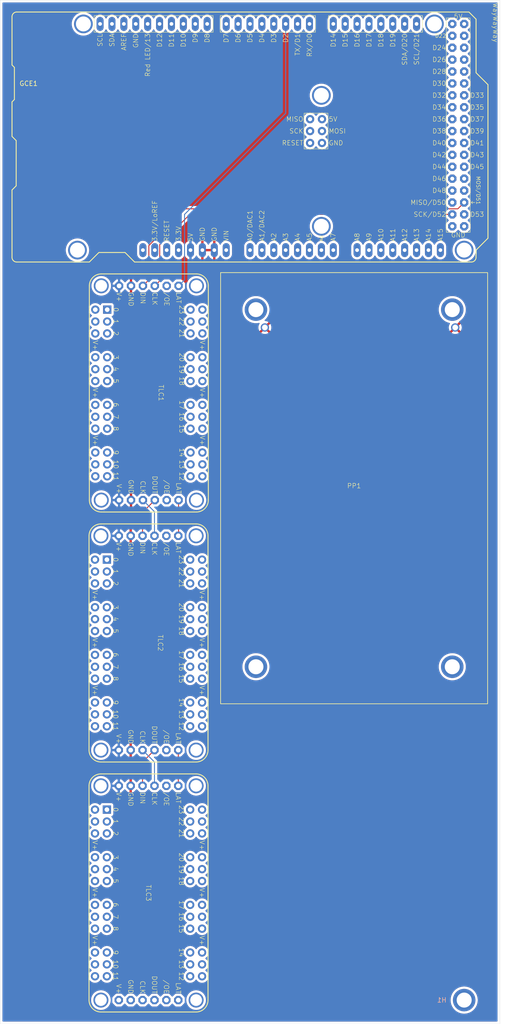
<source format=kicad_pcb>
(kicad_pcb (version 20241229) (generator "pcbnew") (generator_version "9.0")
  (title_block (title "Motherboard") (rev "2") (company "MostlyCoraGrace"))
  (layers (0 "F.Cu" signal) (2 "B.Cu" signal) (13 "F.Paste" user) (15 "B.Paste" user) (5 "F.SilkS" user "F.Silkscreen") (7 "B.SilkS" user "B.Silkscreen") (1 "F.Mask" user) (3 "B.Mask" user) (25 "Edge.Cuts" user))
  (net 0 "")
  (net 5 "/SCK")
  (net 39 "/GND")
  (net 47 "/Reset")
  (net 48 "/5V")
  (net 53 "/LAT")
  (net 66 "/MOSI")
  (net 83 "/3.3")
  (net 99 "Net-(TLC1-DOUT)")
  (net 146 "Net-(TLC1-CLK-Pad58)")
  (net 261 "Net-(TLC1-LAT-Pad55)")
  (net 262 "Net-(TLC2-LAT-Pad55)")
  (net 263 "Net-(TLC2-CLK-Pad58)")
  (net 264 "Net-(TLC2-DOUT)")
  (footprint "EXC:Adafruit_Perma-Proto_Mint-Tin-Size" (layer "F.Cu") (at 98.425 127)
    (property "Reference" "PP1")
    (property "Value" "~")
  )
  (footprint "EXC:Adafruit_Grand_Central_M4_Express" (layer "F.Cu") (at 25.908002 40.64)
    (property "Reference" "GCE1")
    (property "Value" "Adafruit_Grand_Central_M4_Express")
  )
  (footprint "EXC:Adafruit_24-Channel_PWM_LED_Driver_TLC5947" (layer "F.Cu") (at 54.61 106.68 -90)
    (property "Reference" "TLC1")
    (property "Value" "Adafruit_24-Channel_PWM_LED_Driver_TLC5947")
  )
  (footprint "EXC:Adafruit_24-Channel_PWM_LED_Driver_TLC5947" (layer "F.Cu") (at 54.54 160.02 -90)
    (property "Reference" "TLC2")
    (property "Value" "Adafruit_24-Channel_PWM_LED_Driver_TLC5947")
  )
  (footprint "EXC:MountingHole_3.2mm_M3" (layer "F.Cu") (at 121.92 236.22)
    (property "Reference" "H1")
    (property "Value" "Eurorack_M3_MountingHole")
  )
  (footprint "EXC:Adafruit_24-Channel_PWM_LED_Driver_TLC5947" (layer "F.Cu") (at 54.54 213.36 -90)
    (property "Reference" "TLC3")
    (property "Value" "Adafruit_24-Channel_PWM_LED_Driver_TLC5947")
  )
  (gr_rect (start 22.86 22.86) (end 129.54 241.3) (stroke (width 0.05)) (fill no) (layer "Edge.Cuts"))
  (gr_text "WayWayWay" (at 128.016 23.368 270) (layer "F.SilkS") (effects (font (size 1 1) (thickness 0.1)) (justify left bottom)))
  (segment (start 56.931 75.014662) (end 56.931 82.769) (width 0.2) (layer "F.Cu") (net 5))
  (segment (start 119.38 68.58) (end 63.365662 68.58) (width 0.2) (layer "F.Cu") (net 5))
  (segment (start 56.931 82.769) (end 55.88 83.82) (width 0.2) (layer "F.Cu") (net 5))
  (segment (start 63.365662 68.58) (end 56.931 75.014662) (width 0.2) (layer "F.Cu") (net 5))
  (segment (start 83.82 46.99) (end 83.82 27.94) (width 0.2) (layer "B.Cu") (net 53))
  (segment (start 62.23 68.58) (end 83.82 46.99) (width 0.2) (layer "B.Cu") (net 53))
  (segment (start 62.23 82.55) (end 62.23 68.58) (width 0.2) (layer "B.Cu") (net 53))
  (segment (start 60.96 83.82) (end 62.23 82.55) (width 0.2) (layer "B.Cu") (net 53))
  (segment (start 54.61 75.233662) (end 54.61 82.55) (width 0.2) (layer "F.Cu") (net 66))
  (segment (start 120.57 67.39) (end 62.453662 67.39) (width 0.2) (layer "F.Cu") (net 66))
  (segment (start 121.92 66.04) (end 120.57 67.39) (width 0.2) (layer "F.Cu") (net 66))
  (segment (start 54.61 82.55) (end 53.34 83.82) (width 0.2) (layer "F.Cu") (net 66))
  (segment (start 62.453662 67.39) (end 54.61 75.233662) (width 0.2) (layer "F.Cu") (net 66))
  (segment (start 55.88 129.54) (end 53.27 132.15) (width 0.2) (layer "F.Cu") (net 99))
  (segment (start 53.27 132.15) (end 53.27 137.16) (width 0.2) (layer "F.Cu") (net 99))
  (segment (start 53.34 129.54) (end 55.81 132.01) (width 0.2) (layer "B.Cu") (net 146))
  (segment (start 55.81 132.01) (end 55.81 137.16) (width 0.2) (layer "B.Cu") (net 146))
  (segment (start 60.96 137.09) (end 60.89 137.16) (width 0.2) (layer "F.Cu") (net 261))
  (segment (start 60.96 129.54) (end 60.96 137.09) (width 0.2) (layer "F.Cu") (net 261))
  (segment (start 60.89 182.88) (end 60.89 190.5) (width 0.2) (layer "F.Cu") (net 262))
  (segment (start 53.27 182.88) (end 55.81 185.42) (width 0.2) (layer "B.Cu") (net 263))
  (segment (start 55.81 185.42) (end 55.81 190.5) (width 0.2) (layer "B.Cu") (net 263))
  (segment (start 53.27 185.42) (end 53.27 190.5) (width 0.2) (layer "F.Cu") (net 264))
  (segment (start 55.81 182.88) (end 53.27 185.42) (width 0.2) (layer "F.Cu") (net 264))
  (zone (net 39) (net_name "/GND") (layer "F.Cu") (connect_pads (clearance 0.5)) (min_thickness 0.25) (fill yes (thermal_gap 0.5) (thermal_bridge_width 0.5))
    (polygon (pts (xy 22.86 22.840788) (xy 129.54 22.840788) (xy 129.54 241.280788) (xy 22.86 241.280788)))
  )
  (zone (net 48) (net_name "/5V") (layer "B.Cu") (connect_pads (clearance 0.5)) (min_thickness 0.25) (fill yes (thermal_gap 0.5) (thermal_bridge_width 0.5))
    (polygon (pts (xy 22.86 22.86) (xy 129.54 22.86) (xy 129.54 241.3) (xy 22.86 241.3)))
  )
)
</source>
